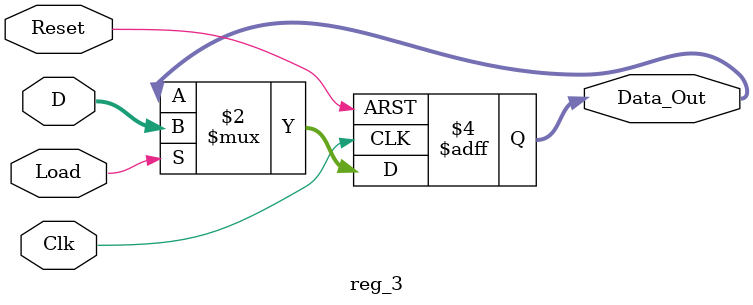
<source format=sv>
module reg_3 (input Clk, Reset, Load, input [2:0] D, output logic [2:0] Data_Out);		
	always_ff @ (posedge Clk or posedge Reset)
	begin
		if(Reset)
			Data_Out <= 3'b0;
		else if(Load)
			Data_Out <= D;
	end
endmodule 
</source>
